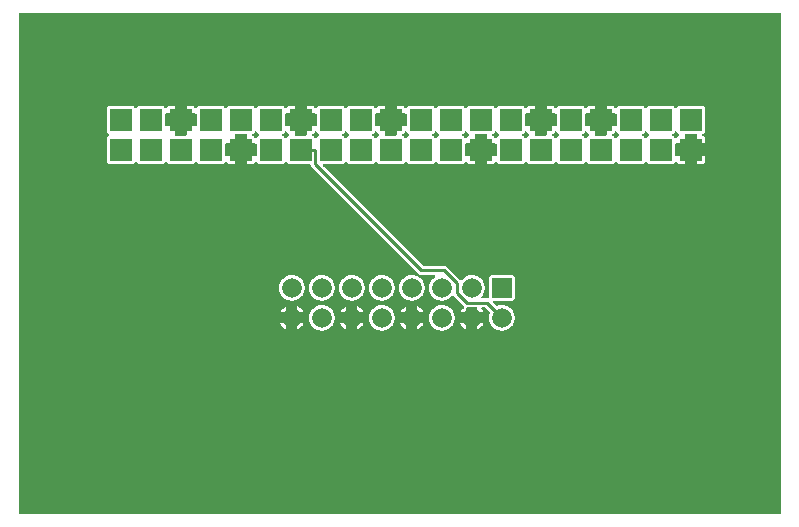
<source format=gtl>
G04 Layer: TopLayer*
G04 EasyEDA v6.5.23, 2023-05-02 12:46:33*
G04 Gerber Generator version 0.2*
G04 Scale: 100 percent, Rotated: No, Reflected: No *
G04 Dimensions in millimeters *
G04 leading zeros omitted , absolute positions ,4 integer and 5 decimal *
%FSLAX45Y45*%
%MOMM*%

%ADD10C,0.2540*%
%ADD11R,1.8796X1.8796*%
%ADD12C,1.6637*%
%ADD13R,1.6637X1.6637*%

%LPD*%
G36*
X736092Y5725871D02*
G01*
X732180Y5726684D01*
X728878Y5728868D01*
X726694Y5732170D01*
X725932Y5736031D01*
X725932Y9963912D01*
X726694Y9967823D01*
X728878Y9971074D01*
X732180Y9973310D01*
X736092Y9974072D01*
X7163917Y9974072D01*
X7167829Y9973310D01*
X7171080Y9971074D01*
X7173315Y9967823D01*
X7174077Y9963912D01*
X7174077Y5736031D01*
X7173315Y5732170D01*
X7171080Y5728868D01*
X7167829Y5726684D01*
X7163917Y5725871D01*
G37*

%LPC*%
G36*
X3285794Y7536383D02*
G01*
X3299764Y7536840D01*
X3313582Y7539075D01*
X3326993Y7543038D01*
X3339744Y7548676D01*
X3351682Y7555941D01*
X3362604Y7564678D01*
X3372358Y7574686D01*
X3380689Y7585913D01*
X3387547Y7598054D01*
X3392830Y7611008D01*
X3396335Y7624572D01*
X3398164Y7638389D01*
X3398164Y7652410D01*
X3396335Y7666228D01*
X3392830Y7679791D01*
X3387547Y7692745D01*
X3380689Y7704886D01*
X3372358Y7716113D01*
X3362604Y7726121D01*
X3351682Y7734858D01*
X3339744Y7742123D01*
X3326993Y7747762D01*
X3313582Y7751724D01*
X3299764Y7753959D01*
X3285794Y7754416D01*
X3271875Y7753096D01*
X3258261Y7749946D01*
X3245154Y7745120D01*
X3232759Y7738668D01*
X3221278Y7730693D01*
X3210966Y7721295D01*
X3201873Y7710627D01*
X3194253Y7698943D01*
X3188208Y7686344D01*
X3183788Y7673086D01*
X3181146Y7659370D01*
X3180232Y7645400D01*
X3181146Y7631430D01*
X3183788Y7617714D01*
X3188208Y7604455D01*
X3194253Y7591856D01*
X3201873Y7580172D01*
X3210966Y7569504D01*
X3221278Y7560106D01*
X3232759Y7552131D01*
X3245154Y7545679D01*
X3258261Y7540853D01*
X3271875Y7537703D01*
G37*
G36*
X3285794Y7282383D02*
G01*
X3299764Y7282840D01*
X3313582Y7285075D01*
X3326993Y7289038D01*
X3339744Y7294676D01*
X3351682Y7301941D01*
X3362604Y7310678D01*
X3372358Y7320686D01*
X3380689Y7331913D01*
X3387547Y7344054D01*
X3392830Y7357008D01*
X3396335Y7370572D01*
X3398164Y7384389D01*
X3398164Y7398410D01*
X3396335Y7412228D01*
X3392830Y7425791D01*
X3387547Y7438745D01*
X3380689Y7450886D01*
X3372358Y7462113D01*
X3362604Y7472121D01*
X3351682Y7480858D01*
X3339744Y7488123D01*
X3326993Y7493762D01*
X3313582Y7497724D01*
X3299764Y7499959D01*
X3285794Y7500416D01*
X3271875Y7499096D01*
X3258261Y7495946D01*
X3245154Y7491120D01*
X3232759Y7484668D01*
X3221278Y7476693D01*
X3210966Y7467295D01*
X3201873Y7456627D01*
X3194253Y7444943D01*
X3188208Y7432344D01*
X3183788Y7419086D01*
X3181146Y7405370D01*
X3180232Y7391400D01*
X3181146Y7377430D01*
X3183788Y7363714D01*
X3188208Y7350455D01*
X3194253Y7337856D01*
X3201873Y7326172D01*
X3210966Y7315504D01*
X3221278Y7306106D01*
X3232759Y7298131D01*
X3245154Y7291679D01*
X3258261Y7286853D01*
X3271875Y7283703D01*
G37*
G36*
X4809794Y7282383D02*
G01*
X4823764Y7282840D01*
X4837582Y7285075D01*
X4850993Y7289038D01*
X4863744Y7294676D01*
X4875682Y7301941D01*
X4886604Y7310678D01*
X4896358Y7320686D01*
X4904689Y7331913D01*
X4911547Y7344054D01*
X4916830Y7357008D01*
X4920335Y7370572D01*
X4922164Y7384389D01*
X4922164Y7398410D01*
X4920335Y7412228D01*
X4916830Y7425791D01*
X4911547Y7438745D01*
X4904689Y7450886D01*
X4896358Y7462113D01*
X4886604Y7472121D01*
X4875682Y7480858D01*
X4863744Y7488123D01*
X4850993Y7493762D01*
X4837582Y7497724D01*
X4823764Y7499959D01*
X4809794Y7500416D01*
X4795875Y7499096D01*
X4782261Y7495946D01*
X4774539Y7493101D01*
X4770729Y7492492D01*
X4767021Y7493304D01*
X4763820Y7495489D01*
X4740351Y7518958D01*
X4738116Y7522260D01*
X4737354Y7526121D01*
X4738116Y7530033D01*
X4740351Y7533335D01*
X4743653Y7535519D01*
X4747514Y7536281D01*
X4895900Y7536281D01*
X4902250Y7537043D01*
X4907686Y7538923D01*
X4912614Y7542022D01*
X4916678Y7546086D01*
X4919776Y7551013D01*
X4921656Y7556449D01*
X4922418Y7562799D01*
X4922418Y7728000D01*
X4921656Y7734350D01*
X4919776Y7739786D01*
X4916678Y7744714D01*
X4912614Y7748778D01*
X4907686Y7751876D01*
X4902250Y7753756D01*
X4895900Y7754467D01*
X4730699Y7754467D01*
X4724349Y7753756D01*
X4718913Y7751876D01*
X4713986Y7748778D01*
X4709922Y7744714D01*
X4706823Y7739786D01*
X4704943Y7734350D01*
X4704232Y7728000D01*
X4704232Y7566406D01*
X4703318Y7562291D01*
X4700879Y7558887D01*
X4697222Y7556753D01*
X4693056Y7556296D01*
X4685792Y7557008D01*
X4649216Y7557008D01*
X4645355Y7557770D01*
X4642053Y7559954D01*
X4639868Y7563205D01*
X4639056Y7567066D01*
X4639767Y7570927D01*
X4650689Y7585913D01*
X4657547Y7598054D01*
X4662830Y7611008D01*
X4666335Y7624572D01*
X4668164Y7638389D01*
X4668164Y7652410D01*
X4666335Y7666228D01*
X4662830Y7679791D01*
X4657547Y7692745D01*
X4650689Y7704886D01*
X4642358Y7716113D01*
X4632604Y7726121D01*
X4621682Y7734858D01*
X4609744Y7742123D01*
X4596993Y7747762D01*
X4583582Y7751724D01*
X4569764Y7753959D01*
X4555794Y7754416D01*
X4541875Y7753096D01*
X4528261Y7749946D01*
X4515154Y7745120D01*
X4502759Y7738668D01*
X4491278Y7730693D01*
X4480966Y7721295D01*
X4473397Y7712405D01*
X4470095Y7709865D01*
X4466082Y7708849D01*
X4461967Y7709560D01*
X4458462Y7711795D01*
X4348988Y7821269D01*
X4342790Y7826400D01*
X4336135Y7829956D01*
X4328871Y7832140D01*
X4320844Y7832953D01*
X4151172Y7832953D01*
X4147261Y7833715D01*
X4143959Y7835950D01*
X3303320Y8676589D01*
X3301136Y8679840D01*
X3300374Y8683752D01*
X3301136Y8687663D01*
X3303320Y8690914D01*
X3306622Y8693150D01*
X3310534Y8693912D01*
X3458921Y8693912D01*
X3465220Y8694623D01*
X3470706Y8696553D01*
X3475583Y8699601D01*
X3479698Y8703716D01*
X3485032Y8712555D01*
X3488436Y8714994D01*
X3492500Y8715806D01*
X3496564Y8714994D01*
X3499967Y8712555D01*
X3505301Y8703716D01*
X3509416Y8699601D01*
X3514293Y8696553D01*
X3519779Y8694623D01*
X3526078Y8693912D01*
X3712921Y8693912D01*
X3719220Y8694623D01*
X3724706Y8696553D01*
X3729583Y8699601D01*
X3733698Y8703716D01*
X3739032Y8712555D01*
X3742436Y8714994D01*
X3746500Y8715806D01*
X3750564Y8714994D01*
X3753967Y8712555D01*
X3759301Y8703716D01*
X3763416Y8699601D01*
X3768293Y8696553D01*
X3773779Y8694623D01*
X3780078Y8693912D01*
X3966921Y8693912D01*
X3973220Y8694623D01*
X3978706Y8696553D01*
X3983583Y8699601D01*
X3987698Y8703716D01*
X3993032Y8712555D01*
X3996436Y8714994D01*
X4000500Y8715806D01*
X4004564Y8714994D01*
X4007967Y8712555D01*
X4013301Y8703716D01*
X4017416Y8699601D01*
X4022293Y8696553D01*
X4027779Y8694623D01*
X4034078Y8693912D01*
X4220921Y8693912D01*
X4227220Y8694623D01*
X4232706Y8696553D01*
X4237583Y8699601D01*
X4241698Y8703716D01*
X4247032Y8712555D01*
X4250436Y8714994D01*
X4254500Y8715806D01*
X4258564Y8714994D01*
X4261967Y8712555D01*
X4267301Y8703716D01*
X4271416Y8699601D01*
X4276293Y8696553D01*
X4281779Y8694623D01*
X4288078Y8693912D01*
X4474921Y8693912D01*
X4481220Y8694623D01*
X4486706Y8696553D01*
X4491583Y8699601D01*
X4495698Y8703716D01*
X4501032Y8712555D01*
X4504436Y8714994D01*
X4508500Y8715806D01*
X4512564Y8714994D01*
X4515967Y8712555D01*
X4521301Y8703716D01*
X4525416Y8699601D01*
X4530293Y8696553D01*
X4535779Y8694623D01*
X4542078Y8693912D01*
X4582160Y8693912D01*
X4582160Y8760460D01*
X4511548Y8760460D01*
X4507636Y8761222D01*
X4504385Y8763457D01*
X4502150Y8766708D01*
X4501388Y8770620D01*
X4501388Y8856980D01*
X4502150Y8860891D01*
X4504385Y8864142D01*
X4507636Y8866378D01*
X4511548Y8867140D01*
X4582160Y8867140D01*
X4582160Y8937752D01*
X4582922Y8941663D01*
X4585157Y8944914D01*
X4588408Y8947150D01*
X4592320Y8947912D01*
X4678680Y8947912D01*
X4682591Y8947150D01*
X4685842Y8944914D01*
X4688078Y8941663D01*
X4688840Y8937752D01*
X4688840Y8867140D01*
X4759452Y8867140D01*
X4763363Y8866378D01*
X4766614Y8864142D01*
X4768850Y8860891D01*
X4769612Y8856980D01*
X4769612Y8770620D01*
X4768850Y8766708D01*
X4766614Y8763457D01*
X4763363Y8761222D01*
X4759452Y8760460D01*
X4688840Y8760460D01*
X4688840Y8693912D01*
X4728921Y8693912D01*
X4735220Y8694623D01*
X4740706Y8696553D01*
X4745583Y8699601D01*
X4749698Y8703716D01*
X4755032Y8712555D01*
X4758436Y8714994D01*
X4762500Y8715806D01*
X4766564Y8714994D01*
X4769967Y8712555D01*
X4775301Y8703716D01*
X4779416Y8699601D01*
X4784293Y8696553D01*
X4789779Y8694623D01*
X4796078Y8693912D01*
X4982921Y8693912D01*
X4989220Y8694623D01*
X4994706Y8696553D01*
X4999583Y8699601D01*
X5003698Y8703716D01*
X5009032Y8712555D01*
X5012436Y8714994D01*
X5016500Y8715806D01*
X5020564Y8714994D01*
X5023967Y8712555D01*
X5029301Y8703716D01*
X5033416Y8699601D01*
X5038293Y8696553D01*
X5043779Y8694623D01*
X5050078Y8693912D01*
X5236921Y8693912D01*
X5243220Y8694623D01*
X5248706Y8696553D01*
X5253583Y8699601D01*
X5257698Y8703716D01*
X5263032Y8712555D01*
X5266436Y8714994D01*
X5270500Y8715806D01*
X5274564Y8714994D01*
X5277967Y8712555D01*
X5283301Y8703716D01*
X5287416Y8699601D01*
X5292293Y8696553D01*
X5297779Y8694623D01*
X5304078Y8693912D01*
X5490921Y8693912D01*
X5497220Y8694623D01*
X5502706Y8696553D01*
X5507583Y8699601D01*
X5511698Y8703716D01*
X5517032Y8712555D01*
X5520436Y8714994D01*
X5524500Y8715806D01*
X5528564Y8714994D01*
X5531967Y8712555D01*
X5537301Y8703716D01*
X5541416Y8699601D01*
X5546293Y8696553D01*
X5551779Y8694623D01*
X5558078Y8693912D01*
X5744921Y8693912D01*
X5751220Y8694623D01*
X5756706Y8696553D01*
X5761583Y8699601D01*
X5765698Y8703716D01*
X5771032Y8712555D01*
X5774436Y8714994D01*
X5778500Y8715806D01*
X5782564Y8714994D01*
X5785967Y8712555D01*
X5791301Y8703716D01*
X5795416Y8699601D01*
X5800293Y8696553D01*
X5805779Y8694623D01*
X5812078Y8693912D01*
X5998921Y8693912D01*
X6005220Y8694623D01*
X6010706Y8696553D01*
X6015583Y8699601D01*
X6019698Y8703716D01*
X6025032Y8712555D01*
X6028436Y8714994D01*
X6032500Y8715806D01*
X6036564Y8714994D01*
X6039967Y8712555D01*
X6045301Y8703716D01*
X6049416Y8699601D01*
X6054293Y8696553D01*
X6059779Y8694623D01*
X6066078Y8693912D01*
X6252921Y8693912D01*
X6259220Y8694623D01*
X6264706Y8696553D01*
X6269583Y8699601D01*
X6273698Y8703716D01*
X6279032Y8712555D01*
X6282436Y8714994D01*
X6286500Y8715806D01*
X6290564Y8714994D01*
X6293967Y8712555D01*
X6299301Y8703716D01*
X6303416Y8699601D01*
X6308293Y8696553D01*
X6313779Y8694623D01*
X6320078Y8693912D01*
X6360160Y8693912D01*
X6360160Y8760460D01*
X6289548Y8760460D01*
X6285636Y8761222D01*
X6282385Y8763457D01*
X6280150Y8766708D01*
X6279388Y8770620D01*
X6279388Y8856980D01*
X6280150Y8860891D01*
X6282385Y8864142D01*
X6285636Y8866378D01*
X6289548Y8867140D01*
X6360160Y8867140D01*
X6360160Y8937752D01*
X6360922Y8941663D01*
X6363157Y8944914D01*
X6366408Y8947150D01*
X6370320Y8947912D01*
X6456680Y8947912D01*
X6460591Y8947150D01*
X6463842Y8944914D01*
X6466078Y8941663D01*
X6466840Y8937752D01*
X6466840Y8867140D01*
X6533388Y8867140D01*
X6533388Y8907221D01*
X6532676Y8913520D01*
X6530746Y8919006D01*
X6527698Y8923883D01*
X6523583Y8927998D01*
X6514744Y8933332D01*
X6512306Y8936736D01*
X6511493Y8940800D01*
X6512306Y8944864D01*
X6514744Y8948267D01*
X6523583Y8953601D01*
X6527698Y8957716D01*
X6530746Y8962593D01*
X6532676Y8968079D01*
X6533388Y8974378D01*
X6533388Y9161221D01*
X6532676Y9167520D01*
X6530746Y9173006D01*
X6527698Y9177883D01*
X6523583Y9181998D01*
X6518706Y9185046D01*
X6513220Y9186976D01*
X6506921Y9187688D01*
X6320078Y9187688D01*
X6313779Y9186976D01*
X6308293Y9185046D01*
X6303416Y9181998D01*
X6299301Y9177883D01*
X6293967Y9169044D01*
X6290564Y9166606D01*
X6286500Y9165793D01*
X6282436Y9166606D01*
X6279032Y9169044D01*
X6273698Y9177883D01*
X6269583Y9181998D01*
X6264706Y9185046D01*
X6259220Y9186976D01*
X6252921Y9187688D01*
X6066078Y9187688D01*
X6059779Y9186976D01*
X6054293Y9185046D01*
X6049416Y9181998D01*
X6045301Y9177883D01*
X6039967Y9169044D01*
X6036564Y9166606D01*
X6032500Y9165793D01*
X6028436Y9166606D01*
X6025032Y9169044D01*
X6019698Y9177883D01*
X6015583Y9181998D01*
X6010706Y9185046D01*
X6005220Y9186976D01*
X5998921Y9187688D01*
X5812078Y9187688D01*
X5805779Y9186976D01*
X5800293Y9185046D01*
X5795416Y9181998D01*
X5791301Y9177883D01*
X5785967Y9169044D01*
X5782564Y9166606D01*
X5778500Y9165793D01*
X5774436Y9166606D01*
X5771032Y9169044D01*
X5765698Y9177883D01*
X5761583Y9181998D01*
X5756706Y9185046D01*
X5751220Y9186976D01*
X5744921Y9187688D01*
X5704840Y9187688D01*
X5704840Y9121140D01*
X5775452Y9121140D01*
X5779363Y9120378D01*
X5782614Y9118142D01*
X5784850Y9114891D01*
X5785612Y9110980D01*
X5785612Y9024620D01*
X5784850Y9020708D01*
X5782614Y9017457D01*
X5779363Y9015222D01*
X5775452Y9014460D01*
X5704840Y9014460D01*
X5704840Y8943848D01*
X5704078Y8939936D01*
X5701842Y8936685D01*
X5698591Y8934450D01*
X5694680Y8933688D01*
X5608320Y8933688D01*
X5604408Y8934450D01*
X5601157Y8936685D01*
X5598922Y8939936D01*
X5598160Y8943848D01*
X5598160Y9014460D01*
X5527548Y9014460D01*
X5523636Y9015222D01*
X5520385Y9017457D01*
X5518150Y9020708D01*
X5517388Y9024620D01*
X5517388Y9110980D01*
X5518150Y9114891D01*
X5520385Y9118142D01*
X5523636Y9120378D01*
X5527548Y9121140D01*
X5598160Y9121140D01*
X5598160Y9187688D01*
X5558078Y9187688D01*
X5551779Y9186976D01*
X5546293Y9185046D01*
X5541416Y9181998D01*
X5537301Y9177883D01*
X5531967Y9169044D01*
X5528564Y9166606D01*
X5524500Y9165793D01*
X5520436Y9166606D01*
X5517032Y9169044D01*
X5511698Y9177883D01*
X5507583Y9181998D01*
X5502706Y9185046D01*
X5497220Y9186976D01*
X5490921Y9187688D01*
X5304078Y9187688D01*
X5297779Y9186976D01*
X5292293Y9185046D01*
X5287416Y9181998D01*
X5283301Y9177883D01*
X5277967Y9169044D01*
X5274564Y9166606D01*
X5270500Y9165793D01*
X5266436Y9166606D01*
X5263032Y9169044D01*
X5257698Y9177883D01*
X5253583Y9181998D01*
X5248706Y9185046D01*
X5243220Y9186976D01*
X5236921Y9187688D01*
X5196840Y9187688D01*
X5196840Y9121140D01*
X5267452Y9121140D01*
X5271363Y9120378D01*
X5274614Y9118142D01*
X5276850Y9114891D01*
X5277612Y9110980D01*
X5277612Y9024620D01*
X5276850Y9020708D01*
X5274614Y9017457D01*
X5271363Y9015222D01*
X5267452Y9014460D01*
X5196840Y9014460D01*
X5196840Y8943848D01*
X5196078Y8939936D01*
X5193842Y8936685D01*
X5190591Y8934450D01*
X5186680Y8933688D01*
X5100320Y8933688D01*
X5096408Y8934450D01*
X5093157Y8936685D01*
X5090922Y8939936D01*
X5090160Y8943848D01*
X5090160Y9014460D01*
X5019548Y9014460D01*
X5015636Y9015222D01*
X5012385Y9017457D01*
X5010150Y9020708D01*
X5009388Y9024620D01*
X5009388Y9110980D01*
X5010150Y9114891D01*
X5012385Y9118142D01*
X5015636Y9120378D01*
X5019548Y9121140D01*
X5090160Y9121140D01*
X5090160Y9187688D01*
X5050078Y9187688D01*
X5043779Y9186976D01*
X5038293Y9185046D01*
X5033416Y9181998D01*
X5029301Y9177883D01*
X5023967Y9169044D01*
X5020564Y9166606D01*
X5016500Y9165793D01*
X5012436Y9166606D01*
X5009032Y9169044D01*
X5003698Y9177883D01*
X4999583Y9181998D01*
X4994706Y9185046D01*
X4989220Y9186976D01*
X4982921Y9187688D01*
X4796078Y9187688D01*
X4789779Y9186976D01*
X4784293Y9185046D01*
X4779416Y9181998D01*
X4775301Y9177883D01*
X4769967Y9169044D01*
X4766564Y9166606D01*
X4762500Y9165793D01*
X4758436Y9166606D01*
X4755032Y9169044D01*
X4749698Y9177883D01*
X4745583Y9181998D01*
X4740706Y9185046D01*
X4735220Y9186976D01*
X4728921Y9187688D01*
X4542078Y9187688D01*
X4535779Y9186976D01*
X4530293Y9185046D01*
X4525416Y9181998D01*
X4521301Y9177883D01*
X4515967Y9169044D01*
X4512564Y9166606D01*
X4508500Y9165793D01*
X4504436Y9166606D01*
X4501032Y9169044D01*
X4495698Y9177883D01*
X4491583Y9181998D01*
X4486706Y9185046D01*
X4481220Y9186976D01*
X4474921Y9187688D01*
X4288078Y9187688D01*
X4281779Y9186976D01*
X4276293Y9185046D01*
X4271416Y9181998D01*
X4267301Y9177883D01*
X4261967Y9169044D01*
X4258564Y9166606D01*
X4254500Y9165793D01*
X4250436Y9166606D01*
X4247032Y9169044D01*
X4241698Y9177883D01*
X4237583Y9181998D01*
X4232706Y9185046D01*
X4227220Y9186976D01*
X4220921Y9187688D01*
X4034078Y9187688D01*
X4027779Y9186976D01*
X4022293Y9185046D01*
X4017416Y9181998D01*
X4013301Y9177883D01*
X4007967Y9169044D01*
X4004564Y9166606D01*
X4000500Y9165793D01*
X3996436Y9166606D01*
X3993032Y9169044D01*
X3987698Y9177883D01*
X3983583Y9181998D01*
X3978706Y9185046D01*
X3973220Y9186976D01*
X3966921Y9187688D01*
X3926840Y9187688D01*
X3926840Y9121140D01*
X3997451Y9121140D01*
X4001363Y9120378D01*
X4004614Y9118142D01*
X4006850Y9114891D01*
X4007612Y9110980D01*
X4007612Y9024620D01*
X4006850Y9020708D01*
X4004614Y9017457D01*
X4001363Y9015222D01*
X3997451Y9014460D01*
X3926840Y9014460D01*
X3926840Y8943848D01*
X3926078Y8939936D01*
X3923842Y8936685D01*
X3920591Y8934450D01*
X3916679Y8933688D01*
X3830320Y8933688D01*
X3826408Y8934450D01*
X3823157Y8936685D01*
X3820922Y8939936D01*
X3820160Y8943848D01*
X3820160Y9014460D01*
X3749548Y9014460D01*
X3745636Y9015222D01*
X3742385Y9017457D01*
X3740150Y9020708D01*
X3739387Y9024620D01*
X3739387Y9110980D01*
X3740150Y9114891D01*
X3742385Y9118142D01*
X3745636Y9120378D01*
X3749548Y9121140D01*
X3820160Y9121140D01*
X3820160Y9187688D01*
X3780078Y9187688D01*
X3773779Y9186976D01*
X3768293Y9185046D01*
X3763416Y9181998D01*
X3759301Y9177883D01*
X3753967Y9169044D01*
X3750564Y9166606D01*
X3746500Y9165793D01*
X3742436Y9166606D01*
X3739032Y9169044D01*
X3733698Y9177883D01*
X3729583Y9181998D01*
X3724706Y9185046D01*
X3719220Y9186976D01*
X3712921Y9187688D01*
X3526078Y9187688D01*
X3519779Y9186976D01*
X3514293Y9185046D01*
X3509416Y9181998D01*
X3505301Y9177883D01*
X3499967Y9169044D01*
X3496564Y9166606D01*
X3492500Y9165793D01*
X3488436Y9166606D01*
X3485032Y9169044D01*
X3479698Y9177883D01*
X3475583Y9181998D01*
X3470706Y9185046D01*
X3465220Y9186976D01*
X3458921Y9187688D01*
X3272078Y9187688D01*
X3265779Y9186976D01*
X3260293Y9185046D01*
X3255416Y9181998D01*
X3251301Y9177883D01*
X3245967Y9169044D01*
X3242564Y9166606D01*
X3238500Y9165793D01*
X3234436Y9166606D01*
X3231032Y9169044D01*
X3225698Y9177883D01*
X3221583Y9181998D01*
X3216706Y9185046D01*
X3211220Y9186976D01*
X3204921Y9187688D01*
X3164840Y9187688D01*
X3164840Y9121140D01*
X3235452Y9121140D01*
X3239363Y9120378D01*
X3242614Y9118142D01*
X3244850Y9114891D01*
X3245612Y9110980D01*
X3245612Y9024620D01*
X3244850Y9020708D01*
X3242614Y9017457D01*
X3239363Y9015222D01*
X3235452Y9014460D01*
X3164840Y9014460D01*
X3164840Y8943848D01*
X3164078Y8939936D01*
X3161842Y8936685D01*
X3158591Y8934450D01*
X3154680Y8933688D01*
X3068320Y8933688D01*
X3064408Y8934450D01*
X3061157Y8936685D01*
X3058922Y8939936D01*
X3058160Y8943848D01*
X3058160Y9014460D01*
X2987548Y9014460D01*
X2983636Y9015222D01*
X2980385Y9017457D01*
X2978150Y9020708D01*
X2977388Y9024620D01*
X2977388Y9110980D01*
X2978150Y9114891D01*
X2980385Y9118142D01*
X2983636Y9120378D01*
X2987548Y9121140D01*
X3058160Y9121140D01*
X3058160Y9187688D01*
X3018078Y9187688D01*
X3011779Y9186976D01*
X3006293Y9185046D01*
X3001416Y9181998D01*
X2997301Y9177883D01*
X2991967Y9169044D01*
X2988564Y9166606D01*
X2984500Y9165793D01*
X2980436Y9166606D01*
X2977032Y9169044D01*
X2971698Y9177883D01*
X2967583Y9181998D01*
X2962706Y9185046D01*
X2957220Y9186976D01*
X2950921Y9187688D01*
X2764078Y9187688D01*
X2757779Y9186976D01*
X2752293Y9185046D01*
X2747416Y9181998D01*
X2743301Y9177883D01*
X2737967Y9169044D01*
X2734564Y9166606D01*
X2730500Y9165793D01*
X2726436Y9166606D01*
X2723032Y9169044D01*
X2717698Y9177883D01*
X2713583Y9181998D01*
X2708706Y9185046D01*
X2703220Y9186976D01*
X2696921Y9187688D01*
X2510078Y9187688D01*
X2503779Y9186976D01*
X2498293Y9185046D01*
X2493416Y9181998D01*
X2489301Y9177883D01*
X2483967Y9169044D01*
X2480564Y9166606D01*
X2476500Y9165793D01*
X2472436Y9166606D01*
X2469032Y9169044D01*
X2463698Y9177883D01*
X2459583Y9181998D01*
X2454706Y9185046D01*
X2449220Y9186976D01*
X2442921Y9187688D01*
X2256078Y9187688D01*
X2249779Y9186976D01*
X2244293Y9185046D01*
X2239416Y9181998D01*
X2235301Y9177883D01*
X2229967Y9169044D01*
X2226564Y9166606D01*
X2222500Y9165793D01*
X2218436Y9166606D01*
X2215032Y9169044D01*
X2209698Y9177883D01*
X2205583Y9181998D01*
X2200706Y9185046D01*
X2195220Y9186976D01*
X2188921Y9187688D01*
X2148840Y9187688D01*
X2148840Y9121140D01*
X2219452Y9121140D01*
X2223363Y9120378D01*
X2226614Y9118142D01*
X2228850Y9114891D01*
X2229612Y9110980D01*
X2229612Y9024620D01*
X2228850Y9020708D01*
X2226614Y9017457D01*
X2223363Y9015222D01*
X2219452Y9014460D01*
X2148840Y9014460D01*
X2148840Y8943848D01*
X2148078Y8939936D01*
X2145842Y8936685D01*
X2142591Y8934450D01*
X2138680Y8933688D01*
X2052320Y8933688D01*
X2048408Y8934450D01*
X2045157Y8936685D01*
X2042922Y8939936D01*
X2042160Y8943848D01*
X2042160Y9014460D01*
X1971548Y9014460D01*
X1967636Y9015222D01*
X1964385Y9017457D01*
X1962150Y9020708D01*
X1961388Y9024620D01*
X1961388Y9110980D01*
X1962150Y9114891D01*
X1964385Y9118142D01*
X1967636Y9120378D01*
X1971548Y9121140D01*
X2042160Y9121140D01*
X2042160Y9187688D01*
X2002078Y9187688D01*
X1995779Y9186976D01*
X1990293Y9185046D01*
X1985416Y9181998D01*
X1981301Y9177883D01*
X1975967Y9169044D01*
X1972564Y9166606D01*
X1968500Y9165793D01*
X1964436Y9166606D01*
X1961032Y9169044D01*
X1955698Y9177883D01*
X1951583Y9181998D01*
X1946706Y9185046D01*
X1941220Y9186976D01*
X1934921Y9187688D01*
X1748078Y9187688D01*
X1741779Y9186976D01*
X1736293Y9185046D01*
X1731416Y9181998D01*
X1727301Y9177883D01*
X1721967Y9169044D01*
X1718564Y9166606D01*
X1714500Y9165793D01*
X1710436Y9166606D01*
X1707032Y9169044D01*
X1701698Y9177883D01*
X1697583Y9181998D01*
X1692706Y9185046D01*
X1687220Y9186976D01*
X1680921Y9187688D01*
X1494078Y9187688D01*
X1487779Y9186976D01*
X1482293Y9185046D01*
X1477416Y9181998D01*
X1473301Y9177883D01*
X1470253Y9173006D01*
X1468323Y9167520D01*
X1467612Y9161221D01*
X1467612Y8974378D01*
X1468323Y8968079D01*
X1470253Y8962593D01*
X1473301Y8957716D01*
X1477416Y8953601D01*
X1486255Y8948267D01*
X1488694Y8944864D01*
X1489506Y8940800D01*
X1488694Y8936736D01*
X1486255Y8933332D01*
X1477416Y8927998D01*
X1473301Y8923883D01*
X1470253Y8919006D01*
X1468323Y8913520D01*
X1467612Y8907221D01*
X1467612Y8720378D01*
X1468323Y8714079D01*
X1470253Y8708593D01*
X1473301Y8703716D01*
X1477416Y8699601D01*
X1482293Y8696553D01*
X1487779Y8694623D01*
X1494078Y8693912D01*
X1680921Y8693912D01*
X1687220Y8694623D01*
X1692706Y8696553D01*
X1697583Y8699601D01*
X1701698Y8703716D01*
X1707032Y8712555D01*
X1710436Y8714994D01*
X1714500Y8715806D01*
X1718564Y8714994D01*
X1721967Y8712555D01*
X1727301Y8703716D01*
X1731416Y8699601D01*
X1736293Y8696553D01*
X1741779Y8694623D01*
X1748078Y8693912D01*
X1934921Y8693912D01*
X1941220Y8694623D01*
X1946706Y8696553D01*
X1951583Y8699601D01*
X1955698Y8703716D01*
X1961032Y8712555D01*
X1964436Y8714994D01*
X1968500Y8715806D01*
X1972564Y8714994D01*
X1975967Y8712555D01*
X1981301Y8703716D01*
X1985416Y8699601D01*
X1990293Y8696553D01*
X1995779Y8694623D01*
X2002078Y8693912D01*
X2188921Y8693912D01*
X2195220Y8694623D01*
X2200706Y8696553D01*
X2205583Y8699601D01*
X2209698Y8703716D01*
X2215032Y8712555D01*
X2218436Y8714994D01*
X2222500Y8715806D01*
X2226564Y8714994D01*
X2229967Y8712555D01*
X2235301Y8703716D01*
X2239416Y8699601D01*
X2244293Y8696553D01*
X2249779Y8694623D01*
X2256078Y8693912D01*
X2442921Y8693912D01*
X2449220Y8694623D01*
X2454706Y8696553D01*
X2459583Y8699601D01*
X2463698Y8703716D01*
X2469032Y8712555D01*
X2472436Y8714994D01*
X2476500Y8715806D01*
X2480564Y8714994D01*
X2483967Y8712555D01*
X2489301Y8703716D01*
X2493416Y8699601D01*
X2498293Y8696553D01*
X2503779Y8694623D01*
X2510078Y8693912D01*
X2550160Y8693912D01*
X2550160Y8760460D01*
X2479548Y8760460D01*
X2475636Y8761222D01*
X2472385Y8763457D01*
X2470150Y8766708D01*
X2469388Y8770620D01*
X2469388Y8856980D01*
X2470150Y8860891D01*
X2472385Y8864142D01*
X2475636Y8866378D01*
X2479548Y8867140D01*
X2550160Y8867140D01*
X2550160Y8937752D01*
X2550922Y8941663D01*
X2553157Y8944914D01*
X2556408Y8947150D01*
X2560320Y8947912D01*
X2646680Y8947912D01*
X2650591Y8947150D01*
X2653842Y8944914D01*
X2656078Y8941663D01*
X2656840Y8937752D01*
X2656840Y8867140D01*
X2727452Y8867140D01*
X2731363Y8866378D01*
X2734614Y8864142D01*
X2736850Y8860891D01*
X2737612Y8856980D01*
X2737612Y8770620D01*
X2736850Y8766708D01*
X2734614Y8763457D01*
X2731363Y8761222D01*
X2727452Y8760460D01*
X2656840Y8760460D01*
X2656840Y8693912D01*
X2696921Y8693912D01*
X2703220Y8694623D01*
X2708706Y8696553D01*
X2713583Y8699601D01*
X2717698Y8703716D01*
X2723032Y8712555D01*
X2726436Y8714994D01*
X2730500Y8715806D01*
X2734564Y8714994D01*
X2737967Y8712555D01*
X2743301Y8703716D01*
X2747416Y8699601D01*
X2752293Y8696553D01*
X2757779Y8694623D01*
X2764078Y8693912D01*
X2950921Y8693912D01*
X2957220Y8694623D01*
X2962706Y8696553D01*
X2967583Y8699601D01*
X2971698Y8703716D01*
X2977032Y8712555D01*
X2980436Y8714994D01*
X2984500Y8715806D01*
X2988564Y8714994D01*
X2991967Y8712555D01*
X2997301Y8703716D01*
X3001416Y8699601D01*
X3006293Y8696553D01*
X3011779Y8694623D01*
X3018078Y8693912D01*
X3185464Y8693912D01*
X3189122Y8693251D01*
X3192322Y8691270D01*
X3194558Y8688324D01*
X3197809Y8677097D01*
X3201365Y8670442D01*
X3206496Y8664194D01*
X4103319Y7767421D01*
X4109516Y7762290D01*
X4116222Y7758734D01*
X4123436Y7756550D01*
X4131462Y7755737D01*
X4240885Y7755737D01*
X4245051Y7754823D01*
X4248505Y7752334D01*
X4250588Y7748625D01*
X4250994Y7744409D01*
X4249623Y7740345D01*
X4246727Y7737246D01*
X4237278Y7730693D01*
X4226966Y7721295D01*
X4217873Y7710627D01*
X4210253Y7698943D01*
X4204208Y7686344D01*
X4199788Y7673086D01*
X4197146Y7659370D01*
X4196232Y7645400D01*
X4197146Y7631430D01*
X4199788Y7617714D01*
X4204208Y7604455D01*
X4210253Y7591856D01*
X4217873Y7580172D01*
X4226966Y7569504D01*
X4237278Y7560106D01*
X4248759Y7552131D01*
X4261154Y7545679D01*
X4274261Y7540853D01*
X4287875Y7537703D01*
X4301794Y7536383D01*
X4315764Y7536840D01*
X4329582Y7539075D01*
X4342993Y7543038D01*
X4355744Y7548676D01*
X4367682Y7555941D01*
X4378604Y7564678D01*
X4388815Y7575194D01*
X4392371Y7577581D01*
X4396536Y7578293D01*
X4400651Y7577226D01*
X4404004Y7574584D01*
X4405376Y7572908D01*
X4486808Y7491475D01*
X4488637Y7489952D01*
X4491329Y7486599D01*
X4492345Y7482382D01*
X4491532Y7478115D01*
X4488992Y7474610D01*
X4480966Y7467295D01*
X4471873Y7456627D01*
X4464253Y7444943D01*
X4461560Y7439355D01*
X4511344Y7439355D01*
X4511344Y7469631D01*
X4512106Y7473543D01*
X4514342Y7476794D01*
X4517644Y7479030D01*
X4521504Y7479792D01*
X4597095Y7479792D01*
X4600956Y7479030D01*
X4604258Y7476794D01*
X4606493Y7473543D01*
X4607255Y7469631D01*
X4607255Y7439355D01*
X4657242Y7439355D01*
X4650689Y7450886D01*
X4641900Y7462570D01*
X4639767Y7465872D01*
X4639056Y7469733D01*
X4639868Y7473594D01*
X4642053Y7476845D01*
X4645355Y7479030D01*
X4649216Y7479792D01*
X4666081Y7479792D01*
X4669993Y7479030D01*
X4673295Y7476794D01*
X4709160Y7440930D01*
X4711242Y7437881D01*
X4712106Y7434275D01*
X4711598Y7430566D01*
X4707788Y7419086D01*
X4705146Y7405370D01*
X4704232Y7391400D01*
X4705146Y7377430D01*
X4707788Y7363714D01*
X4712208Y7350455D01*
X4718253Y7337856D01*
X4725873Y7326172D01*
X4734966Y7315504D01*
X4745278Y7306106D01*
X4756759Y7298131D01*
X4769154Y7291679D01*
X4782261Y7286853D01*
X4795875Y7283703D01*
G37*
G36*
X4099255Y7293609D02*
G01*
X4101744Y7294676D01*
X4113682Y7301941D01*
X4124604Y7310678D01*
X4134358Y7320686D01*
X4142689Y7331913D01*
X4149242Y7343444D01*
X4099255Y7343444D01*
G37*
G36*
X3083255Y7293609D02*
G01*
X3085744Y7294676D01*
X3097682Y7301941D01*
X3108604Y7310678D01*
X3118358Y7320686D01*
X3126689Y7331913D01*
X3133242Y7343444D01*
X3083255Y7343444D01*
G37*
G36*
X4607255Y7293609D02*
G01*
X4609744Y7294676D01*
X4621682Y7301941D01*
X4632604Y7310678D01*
X4642358Y7320686D01*
X4650689Y7331913D01*
X4657242Y7343444D01*
X4607255Y7343444D01*
G37*
G36*
X3591255Y7293609D02*
G01*
X3593744Y7294676D01*
X3605682Y7301941D01*
X3616604Y7310678D01*
X3626358Y7320686D01*
X3634689Y7331913D01*
X3641242Y7343444D01*
X3591255Y7343444D01*
G37*
G36*
X2987344Y7293660D02*
G01*
X2987344Y7343444D01*
X2937560Y7343444D01*
X2940253Y7337856D01*
X2947873Y7326172D01*
X2956966Y7315504D01*
X2967278Y7306106D01*
X2978759Y7298131D01*
G37*
G36*
X4003344Y7293660D02*
G01*
X4003344Y7343444D01*
X3953560Y7343444D01*
X3956253Y7337856D01*
X3963873Y7326172D01*
X3972966Y7315504D01*
X3983278Y7306106D01*
X3994759Y7298131D01*
G37*
G36*
X4511344Y7293660D02*
G01*
X4511344Y7343444D01*
X4461560Y7343444D01*
X4464253Y7337856D01*
X4471873Y7326172D01*
X4480966Y7315504D01*
X4491278Y7306106D01*
X4502759Y7298131D01*
G37*
G36*
X3495344Y7293660D02*
G01*
X3495344Y7343444D01*
X3445560Y7343444D01*
X3448253Y7337856D01*
X3455873Y7326172D01*
X3464966Y7315504D01*
X3475278Y7306106D01*
X3486759Y7298131D01*
G37*
G36*
X3641293Y7439202D02*
G01*
X3634689Y7450886D01*
X3626358Y7462113D01*
X3616604Y7472121D01*
X3605682Y7480858D01*
X3593744Y7488123D01*
X3591255Y7489190D01*
X3591255Y7439304D01*
G37*
G36*
X3133293Y7439202D02*
G01*
X3126689Y7450886D01*
X3118358Y7462113D01*
X3108604Y7472121D01*
X3097682Y7480858D01*
X3085744Y7488123D01*
X3083255Y7489190D01*
X3083255Y7439304D01*
G37*
G36*
X3953560Y7439355D02*
G01*
X4003344Y7439355D01*
X4003344Y7489139D01*
X3994759Y7484668D01*
X3983278Y7476693D01*
X3972966Y7467295D01*
X3963873Y7456627D01*
X3956253Y7444943D01*
G37*
G36*
X2937560Y7439355D02*
G01*
X2987344Y7439355D01*
X2987344Y7489139D01*
X2978759Y7484668D01*
X2967278Y7476693D01*
X2956966Y7467295D01*
X2947873Y7456627D01*
X2940253Y7444943D01*
G37*
G36*
X3445560Y7439355D02*
G01*
X3495344Y7439355D01*
X3495344Y7489139D01*
X3486759Y7484668D01*
X3475278Y7476693D01*
X3464966Y7467295D01*
X3455873Y7456627D01*
X3448253Y7444943D01*
G37*
G36*
X4099255Y7439355D02*
G01*
X4149242Y7439355D01*
X4142689Y7450886D01*
X4134358Y7462113D01*
X4124604Y7472121D01*
X4113682Y7480858D01*
X4101744Y7488123D01*
X4099255Y7489190D01*
G37*
G36*
X4047794Y7536383D02*
G01*
X4061764Y7536840D01*
X4075582Y7539075D01*
X4088993Y7543038D01*
X4101744Y7548676D01*
X4113682Y7555941D01*
X4124604Y7564678D01*
X4134358Y7574686D01*
X4142689Y7585913D01*
X4149547Y7598054D01*
X4154830Y7611008D01*
X4158335Y7624572D01*
X4160164Y7638389D01*
X4160164Y7652410D01*
X4158335Y7666228D01*
X4154830Y7679791D01*
X4149547Y7692745D01*
X4142689Y7704886D01*
X4134358Y7716113D01*
X4124604Y7726121D01*
X4113682Y7734858D01*
X4101744Y7742123D01*
X4088993Y7747762D01*
X4075582Y7751724D01*
X4061764Y7753959D01*
X4047794Y7754416D01*
X4033875Y7753096D01*
X4020261Y7749946D01*
X4007154Y7745120D01*
X3994759Y7738668D01*
X3983278Y7730693D01*
X3972966Y7721295D01*
X3963873Y7710627D01*
X3956253Y7698943D01*
X3950208Y7686344D01*
X3945788Y7673086D01*
X3943146Y7659370D01*
X3942232Y7645400D01*
X3943146Y7631430D01*
X3945788Y7617714D01*
X3950208Y7604455D01*
X3956253Y7591856D01*
X3963873Y7580172D01*
X3972966Y7569504D01*
X3983278Y7560106D01*
X3994759Y7552131D01*
X4007154Y7545679D01*
X4020261Y7540853D01*
X4033875Y7537703D01*
G37*
G36*
X3031794Y7536383D02*
G01*
X3045764Y7536840D01*
X3059582Y7539075D01*
X3072993Y7543038D01*
X3085744Y7548676D01*
X3097682Y7555941D01*
X3108604Y7564678D01*
X3118358Y7574686D01*
X3126689Y7585913D01*
X3133547Y7598054D01*
X3138830Y7611008D01*
X3142335Y7624572D01*
X3144164Y7638389D01*
X3144164Y7652410D01*
X3142335Y7666228D01*
X3138830Y7679791D01*
X3133547Y7692745D01*
X3126689Y7704886D01*
X3118358Y7716113D01*
X3108604Y7726121D01*
X3097682Y7734858D01*
X3085744Y7742123D01*
X3072993Y7747762D01*
X3059582Y7751724D01*
X3045764Y7753959D01*
X3031794Y7754416D01*
X3017875Y7753096D01*
X3004261Y7749946D01*
X2991154Y7745120D01*
X2978759Y7738668D01*
X2967278Y7730693D01*
X2956966Y7721295D01*
X2947873Y7710627D01*
X2940253Y7698943D01*
X2934208Y7686344D01*
X2929788Y7673086D01*
X2927146Y7659370D01*
X2926232Y7645400D01*
X2927146Y7631430D01*
X2929788Y7617714D01*
X2934208Y7604455D01*
X2940253Y7591856D01*
X2947873Y7580172D01*
X2956966Y7569504D01*
X2967278Y7560106D01*
X2978759Y7552131D01*
X2991154Y7545679D01*
X3004261Y7540853D01*
X3017875Y7537703D01*
G37*
G36*
X3793794Y7282383D02*
G01*
X3807764Y7282840D01*
X3821582Y7285075D01*
X3834993Y7289038D01*
X3847744Y7294676D01*
X3859682Y7301941D01*
X3870604Y7310678D01*
X3880358Y7320686D01*
X3888689Y7331913D01*
X3895547Y7344054D01*
X3900830Y7357008D01*
X3904335Y7370572D01*
X3906164Y7384389D01*
X3906164Y7398410D01*
X3904335Y7412228D01*
X3900830Y7425791D01*
X3895547Y7438745D01*
X3888689Y7450886D01*
X3880358Y7462113D01*
X3870604Y7472121D01*
X3859682Y7480858D01*
X3847744Y7488123D01*
X3834993Y7493762D01*
X3821582Y7497724D01*
X3807764Y7499959D01*
X3793794Y7500416D01*
X3779875Y7499096D01*
X3766261Y7495946D01*
X3753154Y7491120D01*
X3740759Y7484668D01*
X3729278Y7476693D01*
X3718966Y7467295D01*
X3709873Y7456627D01*
X3702253Y7444943D01*
X3696208Y7432344D01*
X3691788Y7419086D01*
X3689146Y7405370D01*
X3688232Y7391400D01*
X3689146Y7377430D01*
X3691788Y7363714D01*
X3696208Y7350455D01*
X3702253Y7337856D01*
X3709873Y7326172D01*
X3718966Y7315504D01*
X3729278Y7306106D01*
X3740759Y7298131D01*
X3753154Y7291679D01*
X3766261Y7286853D01*
X3779875Y7283703D01*
G37*
G36*
X3793794Y7536383D02*
G01*
X3807764Y7536840D01*
X3821582Y7539075D01*
X3834993Y7543038D01*
X3847744Y7548676D01*
X3859682Y7555941D01*
X3870604Y7564678D01*
X3880358Y7574686D01*
X3888689Y7585913D01*
X3895547Y7598054D01*
X3900830Y7611008D01*
X3904335Y7624572D01*
X3906164Y7638389D01*
X3906164Y7652410D01*
X3904335Y7666228D01*
X3900830Y7679791D01*
X3895547Y7692745D01*
X3888689Y7704886D01*
X3880358Y7716113D01*
X3870604Y7726121D01*
X3859682Y7734858D01*
X3847744Y7742123D01*
X3834993Y7747762D01*
X3821582Y7751724D01*
X3807764Y7753959D01*
X3793794Y7754416D01*
X3779875Y7753096D01*
X3766261Y7749946D01*
X3753154Y7745120D01*
X3740759Y7738668D01*
X3729278Y7730693D01*
X3718966Y7721295D01*
X3709873Y7710627D01*
X3702253Y7698943D01*
X3696208Y7686344D01*
X3691788Y7673086D01*
X3689146Y7659370D01*
X3688232Y7645400D01*
X3689146Y7631430D01*
X3691788Y7617714D01*
X3696208Y7604455D01*
X3702253Y7591856D01*
X3709873Y7580172D01*
X3718966Y7569504D01*
X3729278Y7560106D01*
X3740759Y7552131D01*
X3753154Y7545679D01*
X3766261Y7540853D01*
X3779875Y7537703D01*
G37*
G36*
X3539794Y7536383D02*
G01*
X3553764Y7536840D01*
X3567582Y7539075D01*
X3580993Y7543038D01*
X3593744Y7548676D01*
X3605682Y7555941D01*
X3616604Y7564678D01*
X3626358Y7574686D01*
X3634689Y7585913D01*
X3641547Y7598054D01*
X3646830Y7611008D01*
X3650335Y7624572D01*
X3652164Y7638389D01*
X3652164Y7652410D01*
X3650335Y7666228D01*
X3646830Y7679791D01*
X3641547Y7692745D01*
X3634689Y7704886D01*
X3626358Y7716113D01*
X3616604Y7726121D01*
X3605682Y7734858D01*
X3593744Y7742123D01*
X3580993Y7747762D01*
X3567582Y7751724D01*
X3553764Y7753959D01*
X3539794Y7754416D01*
X3525875Y7753096D01*
X3512261Y7749946D01*
X3499154Y7745120D01*
X3486759Y7738668D01*
X3475278Y7730693D01*
X3464966Y7721295D01*
X3455873Y7710627D01*
X3448253Y7698943D01*
X3442208Y7686344D01*
X3437788Y7673086D01*
X3435146Y7659370D01*
X3434232Y7645400D01*
X3435146Y7631430D01*
X3437788Y7617714D01*
X3442208Y7604455D01*
X3448253Y7591856D01*
X3455873Y7580172D01*
X3464966Y7569504D01*
X3475278Y7560106D01*
X3486759Y7552131D01*
X3499154Y7545679D01*
X3512261Y7540853D01*
X3525875Y7537703D01*
G37*
G36*
X6466840Y8693912D02*
G01*
X6506921Y8693912D01*
X6513220Y8694623D01*
X6518706Y8696553D01*
X6523583Y8699601D01*
X6527698Y8703716D01*
X6530746Y8708593D01*
X6532676Y8714079D01*
X6533388Y8720378D01*
X6533388Y8760460D01*
X6466840Y8760460D01*
G37*
G36*
X4301794Y7282383D02*
G01*
X4315764Y7282840D01*
X4329582Y7285075D01*
X4342993Y7289038D01*
X4355744Y7294676D01*
X4367682Y7301941D01*
X4378604Y7310678D01*
X4388358Y7320686D01*
X4396689Y7331913D01*
X4403547Y7344054D01*
X4408830Y7357008D01*
X4412335Y7370572D01*
X4414164Y7384389D01*
X4414164Y7398410D01*
X4412335Y7412228D01*
X4408830Y7425791D01*
X4403547Y7438745D01*
X4396689Y7450886D01*
X4388358Y7462113D01*
X4378604Y7472121D01*
X4367682Y7480858D01*
X4355744Y7488123D01*
X4342993Y7493762D01*
X4329582Y7497724D01*
X4315764Y7499959D01*
X4301794Y7500416D01*
X4287875Y7499096D01*
X4274261Y7495946D01*
X4261154Y7491120D01*
X4248759Y7484668D01*
X4237278Y7476693D01*
X4226966Y7467295D01*
X4217873Y7456627D01*
X4210253Y7444943D01*
X4204208Y7432344D01*
X4199788Y7419086D01*
X4197146Y7405370D01*
X4196232Y7391400D01*
X4197146Y7377430D01*
X4199788Y7363714D01*
X4204208Y7350455D01*
X4210253Y7337856D01*
X4217873Y7326172D01*
X4226966Y7315504D01*
X4237278Y7306106D01*
X4248759Y7298131D01*
X4261154Y7291679D01*
X4274261Y7286853D01*
X4287875Y7283703D01*
G37*

%LPD*%
G36*
X5778500Y8911793D02*
G01*
X5774436Y8912606D01*
X5771032Y8915044D01*
X5765698Y8923883D01*
X5761583Y8927998D01*
X5752744Y8933332D01*
X5750306Y8936736D01*
X5749493Y8940800D01*
X5750306Y8944864D01*
X5752744Y8948267D01*
X5761583Y8953601D01*
X5765698Y8957716D01*
X5771032Y8966555D01*
X5774436Y8968994D01*
X5778500Y8969806D01*
X5782564Y8968994D01*
X5785967Y8966555D01*
X5791301Y8957716D01*
X5795416Y8953601D01*
X5804255Y8948267D01*
X5806694Y8944864D01*
X5807506Y8940800D01*
X5806694Y8936736D01*
X5804255Y8933332D01*
X5795416Y8927998D01*
X5791301Y8923883D01*
X5785967Y8915044D01*
X5782564Y8912606D01*
G37*

%LPD*%
G36*
X2730500Y8911793D02*
G01*
X2726436Y8912606D01*
X2723032Y8915044D01*
X2717698Y8923883D01*
X2713583Y8927998D01*
X2704744Y8933332D01*
X2702306Y8936736D01*
X2701493Y8940800D01*
X2702306Y8944864D01*
X2704744Y8948267D01*
X2713583Y8953601D01*
X2717698Y8957716D01*
X2723032Y8966555D01*
X2726436Y8968994D01*
X2730500Y8969806D01*
X2734564Y8968994D01*
X2737967Y8966555D01*
X2743301Y8957716D01*
X2747416Y8953601D01*
X2756255Y8948267D01*
X2758694Y8944864D01*
X2759506Y8940800D01*
X2758694Y8936736D01*
X2756255Y8933332D01*
X2747416Y8927998D01*
X2743301Y8923883D01*
X2737967Y8915044D01*
X2734564Y8912606D01*
G37*

%LPD*%
G36*
X3746500Y8911793D02*
G01*
X3742436Y8912606D01*
X3739032Y8915044D01*
X3733698Y8923883D01*
X3729583Y8927998D01*
X3720744Y8933332D01*
X3718306Y8936736D01*
X3717493Y8940800D01*
X3718306Y8944864D01*
X3720744Y8948267D01*
X3729583Y8953601D01*
X3733698Y8957716D01*
X3739032Y8966555D01*
X3742436Y8968994D01*
X3746500Y8969806D01*
X3750564Y8968994D01*
X3753967Y8966555D01*
X3759301Y8957716D01*
X3763416Y8953601D01*
X3772255Y8948267D01*
X3774694Y8944864D01*
X3775506Y8940800D01*
X3774694Y8936736D01*
X3772255Y8933332D01*
X3763416Y8927998D01*
X3759301Y8923883D01*
X3753967Y8915044D01*
X3750564Y8912606D01*
G37*

%LPD*%
G36*
X5524500Y8911793D02*
G01*
X5520436Y8912606D01*
X5517032Y8915044D01*
X5511698Y8923883D01*
X5507583Y8927998D01*
X5498744Y8933332D01*
X5496306Y8936736D01*
X5495493Y8940800D01*
X5496306Y8944864D01*
X5498744Y8948267D01*
X5507583Y8953601D01*
X5511698Y8957716D01*
X5517032Y8966555D01*
X5520436Y8968994D01*
X5524500Y8969806D01*
X5528564Y8968994D01*
X5531967Y8966555D01*
X5537301Y8957716D01*
X5541416Y8953601D01*
X5550255Y8948267D01*
X5552694Y8944864D01*
X5553506Y8940800D01*
X5552694Y8936736D01*
X5550255Y8933332D01*
X5541416Y8927998D01*
X5537301Y8923883D01*
X5531967Y8915044D01*
X5528564Y8912606D01*
G37*

%LPD*%
G36*
X4508500Y8911793D02*
G01*
X4504436Y8912606D01*
X4501032Y8915044D01*
X4495698Y8923883D01*
X4491583Y8927998D01*
X4482744Y8933332D01*
X4480306Y8936736D01*
X4479493Y8940800D01*
X4480306Y8944864D01*
X4482744Y8948267D01*
X4491583Y8953601D01*
X4495698Y8957716D01*
X4501032Y8966555D01*
X4504436Y8968994D01*
X4508500Y8969806D01*
X4512564Y8968994D01*
X4515967Y8966555D01*
X4521301Y8957716D01*
X4525416Y8953601D01*
X4534255Y8948267D01*
X4536694Y8944864D01*
X4537506Y8940800D01*
X4536694Y8936736D01*
X4534255Y8933332D01*
X4525416Y8927998D01*
X4521301Y8923883D01*
X4515967Y8915044D01*
X4512564Y8912606D01*
G37*

%LPD*%
G36*
X6032500Y8911793D02*
G01*
X6028436Y8912606D01*
X6025032Y8915044D01*
X6019698Y8923883D01*
X6015583Y8927998D01*
X6006744Y8933332D01*
X6004306Y8936736D01*
X6003493Y8940800D01*
X6004306Y8944864D01*
X6006744Y8948267D01*
X6015583Y8953601D01*
X6019698Y8957716D01*
X6025032Y8966555D01*
X6028436Y8968994D01*
X6032500Y8969806D01*
X6036564Y8968994D01*
X6039967Y8966555D01*
X6045301Y8957716D01*
X6049416Y8953601D01*
X6058255Y8948267D01*
X6060694Y8944864D01*
X6061506Y8940800D01*
X6060694Y8936736D01*
X6058255Y8933332D01*
X6049416Y8927998D01*
X6045301Y8923883D01*
X6039967Y8915044D01*
X6036564Y8912606D01*
G37*

%LPD*%
G36*
X3492500Y8911793D02*
G01*
X3488436Y8912606D01*
X3485032Y8915044D01*
X3479698Y8923883D01*
X3475583Y8927998D01*
X3466744Y8933332D01*
X3464306Y8936736D01*
X3463493Y8940800D01*
X3464306Y8944864D01*
X3466744Y8948267D01*
X3475583Y8953601D01*
X3479698Y8957716D01*
X3485032Y8966555D01*
X3488436Y8968994D01*
X3492500Y8969806D01*
X3496564Y8968994D01*
X3499967Y8966555D01*
X3505301Y8957716D01*
X3509416Y8953601D01*
X3518255Y8948267D01*
X3520694Y8944864D01*
X3521506Y8940800D01*
X3520694Y8936736D01*
X3518255Y8933332D01*
X3509416Y8927998D01*
X3505301Y8923883D01*
X3499967Y8915044D01*
X3496564Y8912606D01*
G37*

%LPD*%
G36*
X5270500Y8911793D02*
G01*
X5266436Y8912606D01*
X5263032Y8915044D01*
X5257698Y8923883D01*
X5253583Y8927998D01*
X5244744Y8933332D01*
X5242306Y8936736D01*
X5241493Y8940800D01*
X5242306Y8944864D01*
X5244744Y8948267D01*
X5253583Y8953601D01*
X5257698Y8957716D01*
X5263032Y8966555D01*
X5266436Y8968994D01*
X5270500Y8969806D01*
X5274564Y8968994D01*
X5277967Y8966555D01*
X5283301Y8957716D01*
X5287416Y8953601D01*
X5296255Y8948267D01*
X5298694Y8944864D01*
X5299506Y8940800D01*
X5298694Y8936736D01*
X5296255Y8933332D01*
X5287416Y8927998D01*
X5283301Y8923883D01*
X5277967Y8915044D01*
X5274564Y8912606D01*
G37*

%LPD*%
G36*
X2984500Y8911793D02*
G01*
X2980436Y8912606D01*
X2977032Y8915044D01*
X2971698Y8923883D01*
X2967583Y8927998D01*
X2958744Y8933332D01*
X2956306Y8936736D01*
X2955493Y8940800D01*
X2956306Y8944864D01*
X2958744Y8948267D01*
X2967583Y8953601D01*
X2971698Y8957716D01*
X2977032Y8966555D01*
X2980436Y8968994D01*
X2984500Y8969806D01*
X2988564Y8968994D01*
X2991967Y8966555D01*
X2997301Y8957716D01*
X3001416Y8953601D01*
X3010255Y8948267D01*
X3012694Y8944864D01*
X3013506Y8940800D01*
X3012694Y8936736D01*
X3010255Y8933332D01*
X3001416Y8927998D01*
X2997301Y8923883D01*
X2991967Y8915044D01*
X2988564Y8912606D01*
G37*

%LPD*%
G36*
X4000500Y8911793D02*
G01*
X3996436Y8912606D01*
X3993032Y8915044D01*
X3987698Y8923883D01*
X3983583Y8927998D01*
X3974744Y8933332D01*
X3972306Y8936736D01*
X3971493Y8940800D01*
X3972306Y8944864D01*
X3974744Y8948267D01*
X3983583Y8953601D01*
X3987698Y8957716D01*
X3993032Y8966555D01*
X3996436Y8968994D01*
X4000500Y8969806D01*
X4004564Y8968994D01*
X4007967Y8966555D01*
X4013301Y8957716D01*
X4017416Y8953601D01*
X4026255Y8948267D01*
X4028694Y8944864D01*
X4029506Y8940800D01*
X4028694Y8936736D01*
X4026255Y8933332D01*
X4017416Y8927998D01*
X4013301Y8923883D01*
X4007967Y8915044D01*
X4004564Y8912606D01*
G37*

%LPD*%
G36*
X4254500Y8911793D02*
G01*
X4250436Y8912606D01*
X4247032Y8915044D01*
X4241698Y8923883D01*
X4237583Y8927998D01*
X4228744Y8933332D01*
X4226306Y8936736D01*
X4225493Y8940800D01*
X4226306Y8944864D01*
X4228744Y8948267D01*
X4237583Y8953601D01*
X4241698Y8957716D01*
X4247032Y8966555D01*
X4250436Y8968994D01*
X4254500Y8969806D01*
X4258564Y8968994D01*
X4261967Y8966555D01*
X4267301Y8957716D01*
X4271416Y8953601D01*
X4280255Y8948267D01*
X4282694Y8944864D01*
X4283506Y8940800D01*
X4282694Y8936736D01*
X4280255Y8933332D01*
X4271416Y8927998D01*
X4267301Y8923883D01*
X4261967Y8915044D01*
X4258564Y8912606D01*
G37*

%LPD*%
G36*
X4762500Y8911793D02*
G01*
X4758436Y8912606D01*
X4755032Y8915044D01*
X4749698Y8923883D01*
X4745583Y8927998D01*
X4736744Y8933332D01*
X4734306Y8936736D01*
X4733493Y8940800D01*
X4734306Y8944864D01*
X4736744Y8948267D01*
X4745583Y8953601D01*
X4749698Y8957716D01*
X4755032Y8966555D01*
X4758436Y8968994D01*
X4762500Y8969806D01*
X4766564Y8968994D01*
X4769967Y8966555D01*
X4775301Y8957716D01*
X4779416Y8953601D01*
X4788255Y8948267D01*
X4790694Y8944864D01*
X4791506Y8940800D01*
X4790694Y8936736D01*
X4788255Y8933332D01*
X4779416Y8927998D01*
X4775301Y8923883D01*
X4769967Y8915044D01*
X4766564Y8912606D01*
G37*

%LPD*%
G36*
X6286500Y8911793D02*
G01*
X6282436Y8912606D01*
X6279032Y8915044D01*
X6273698Y8923883D01*
X6269583Y8927998D01*
X6260744Y8933332D01*
X6258306Y8936736D01*
X6257493Y8940800D01*
X6258306Y8944864D01*
X6260744Y8948267D01*
X6269583Y8953601D01*
X6273698Y8957716D01*
X6279032Y8966555D01*
X6282436Y8968994D01*
X6286500Y8969806D01*
X6290564Y8968994D01*
X6293967Y8966555D01*
X6299301Y8957716D01*
X6303416Y8953601D01*
X6312255Y8948267D01*
X6314694Y8944864D01*
X6315506Y8940800D01*
X6314694Y8936736D01*
X6312255Y8933332D01*
X6303416Y8927998D01*
X6299301Y8923883D01*
X6293967Y8915044D01*
X6290564Y8912606D01*
G37*

%LPD*%
G36*
X5016500Y8911793D02*
G01*
X5012436Y8912606D01*
X5009032Y8915044D01*
X5003698Y8923883D01*
X4999583Y8927998D01*
X4990744Y8933332D01*
X4988306Y8936736D01*
X4987493Y8940800D01*
X4988306Y8944864D01*
X4990744Y8948267D01*
X4999583Y8953601D01*
X5003698Y8957716D01*
X5009032Y8966555D01*
X5012436Y8968994D01*
X5016500Y8969806D01*
X5020564Y8968994D01*
X5023967Y8966555D01*
X5029301Y8957716D01*
X5033416Y8953601D01*
X5042255Y8948267D01*
X5044694Y8944864D01*
X5045506Y8940800D01*
X5044694Y8936736D01*
X5042255Y8933332D01*
X5033416Y8927998D01*
X5029301Y8923883D01*
X5023967Y8915044D01*
X5020564Y8912606D01*
G37*

%LPD*%
G36*
X3238500Y8911793D02*
G01*
X3234436Y8912606D01*
X3231032Y8915044D01*
X3225698Y8923883D01*
X3221583Y8927998D01*
X3212744Y8933332D01*
X3210306Y8936736D01*
X3209493Y8940800D01*
X3210306Y8944864D01*
X3212744Y8948267D01*
X3221583Y8953601D01*
X3225698Y8957716D01*
X3231032Y8966555D01*
X3234436Y8968994D01*
X3238500Y8969806D01*
X3242564Y8968994D01*
X3245967Y8966555D01*
X3251301Y8957716D01*
X3255416Y8953601D01*
X3264255Y8948267D01*
X3266694Y8944864D01*
X3267506Y8940800D01*
X3266694Y8936736D01*
X3264255Y8933332D01*
X3255416Y8927998D01*
X3251301Y8923883D01*
X3245967Y8915044D01*
X3242564Y8912606D01*
G37*

%LPD*%
D10*
X3233447Y8813800D02*
G01*
X3233447Y8691854D01*
X4130956Y7794345D01*
X4321355Y7794345D01*
X4432302Y7683398D01*
X4432302Y7600569D01*
X4514471Y7518400D01*
X4686302Y7518400D01*
X4813302Y7391400D01*
X3111502Y8813800D02*
G01*
X3233447Y8813800D01*
X5143502Y9067800D02*
G01*
X5265447Y9067800D01*
X4635502Y8813800D02*
G01*
X4757447Y8813800D01*
X3111502Y9067800D02*
G01*
X3172487Y9067800D01*
D11*
G01*
X1587500Y8813800D03*
G01*
X1587500Y9067800D03*
G01*
X1841500Y8813800D03*
G01*
X1841500Y9067800D03*
G01*
X2095500Y8813800D03*
G01*
X2095500Y9067800D03*
G01*
X2349500Y8813800D03*
G01*
X2349500Y9067800D03*
G01*
X2603500Y8813800D03*
G01*
X2603500Y9067800D03*
G01*
X2857500Y8813800D03*
G01*
X2857500Y9067800D03*
G01*
X3111500Y8813800D03*
G01*
X3111500Y9067800D03*
G01*
X3365500Y8813800D03*
G01*
X3365500Y9067800D03*
G01*
X3619500Y8813800D03*
G01*
X3619500Y9067800D03*
G01*
X3873500Y8813800D03*
G01*
X3873500Y9067800D03*
G01*
X4127500Y8813800D03*
G01*
X4127500Y9067800D03*
G01*
X4381500Y8813800D03*
G01*
X4381500Y9067800D03*
G01*
X4635500Y8813800D03*
G01*
X4635500Y9067800D03*
G01*
X4889500Y8813800D03*
G01*
X4889500Y9067800D03*
G01*
X5143500Y8813800D03*
G01*
X5143500Y9067800D03*
G01*
X5397500Y8813800D03*
G01*
X5397500Y9067800D03*
G01*
X5651500Y8813800D03*
G01*
X5651500Y9067800D03*
G01*
X5905500Y8813800D03*
G01*
X5905500Y9067800D03*
G01*
X6159500Y8813800D03*
G01*
X6159500Y9067800D03*
G01*
X6413500Y8813800D03*
G01*
X6413500Y9067800D03*
D12*
G01*
X3289300Y7391400D03*
G01*
X3289300Y7645400D03*
G01*
X3797300Y7391400D03*
G01*
X3797300Y7645400D03*
G01*
X4051300Y7391400D03*
G01*
X4051300Y7645400D03*
G01*
X4305300Y7391400D03*
G01*
X4305300Y7645400D03*
G01*
X4559300Y7391400D03*
G01*
X4559300Y7645400D03*
G01*
X3035300Y7391400D03*
G01*
X3035300Y7645400D03*
G01*
X3543300Y7391400D03*
G01*
X3543300Y7645400D03*
G01*
X4813300Y7391400D03*
D13*
G01*
X4813300Y7645400D03*
M02*

</source>
